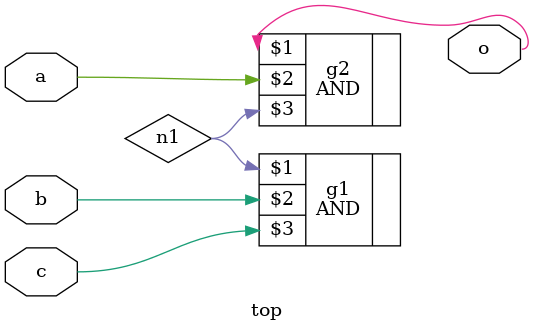
<source format=v>
module top(o, a, b, c);
output o;
input a, b, c;
AND g2(o, a, n1);
AND g1(n1, b, c);
endmodule

</source>
